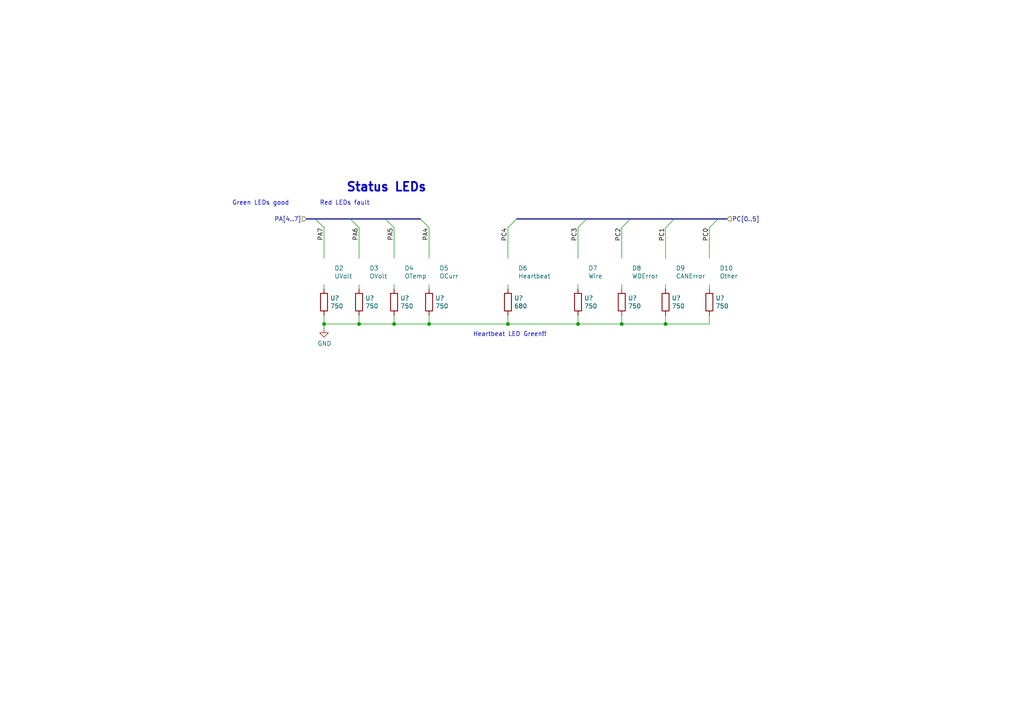
<source format=kicad_sch>
(kicad_sch (version 20211123) (generator eeschema)

  (uuid af24f99f-f5cb-40c7-b6c3-ac7dc92c2057)

  (paper "A4")

  (lib_symbols
    (symbol "Device:R" (pin_numbers hide) (pin_names (offset 0)) (in_bom yes) (on_board yes)
      (property "Reference" "R" (id 0) (at 2.032 0 90)
        (effects (font (size 1.27 1.27)))
      )
      (property "Value" "R" (id 1) (at 0 0 90)
        (effects (font (size 1.27 1.27)))
      )
      (property "Footprint" "" (id 2) (at -1.778 0 90)
        (effects (font (size 1.27 1.27)) hide)
      )
      (property "Datasheet" "~" (id 3) (at 0 0 0)
        (effects (font (size 1.27 1.27)) hide)
      )
      (property "ki_keywords" "R res resistor" (id 4) (at 0 0 0)
        (effects (font (size 1.27 1.27)) hide)
      )
      (property "ki_description" "Resistor" (id 5) (at 0 0 0)
        (effects (font (size 1.27 1.27)) hide)
      )
      (property "ki_fp_filters" "R_*" (id 6) (at 0 0 0)
        (effects (font (size 1.27 1.27)) hide)
      )
      (symbol "R_0_1"
        (rectangle (start -1.016 -2.54) (end 1.016 2.54)
          (stroke (width 0.254) (type default) (color 0 0 0 0))
          (fill (type none))
        )
      )
      (symbol "R_1_1"
        (pin passive line (at 0 3.81 270) (length 1.27)
          (name "~" (effects (font (size 1.27 1.27))))
          (number "1" (effects (font (size 1.27 1.27))))
        )
        (pin passive line (at 0 -3.81 90) (length 1.27)
          (name "~" (effects (font (size 1.27 1.27))))
          (number "2" (effects (font (size 1.27 1.27))))
        )
      )
    )
    (symbol "power:GND" (power) (pin_names (offset 0)) (in_bom yes) (on_board yes)
      (property "Reference" "#PWR" (id 0) (at 0 -6.35 0)
        (effects (font (size 1.27 1.27)) hide)
      )
      (property "Value" "GND" (id 1) (at 0 -3.81 0)
        (effects (font (size 1.27 1.27)))
      )
      (property "Footprint" "" (id 2) (at 0 0 0)
        (effects (font (size 1.27 1.27)) hide)
      )
      (property "Datasheet" "" (id 3) (at 0 0 0)
        (effects (font (size 1.27 1.27)) hide)
      )
      (property "ki_keywords" "power-flag" (id 4) (at 0 0 0)
        (effects (font (size 1.27 1.27)) hide)
      )
      (property "ki_description" "Power symbol creates a global label with name \"GND\" , ground" (id 5) (at 0 0 0)
        (effects (font (size 1.27 1.27)) hide)
      )
      (symbol "GND_0_1"
        (polyline
          (pts
            (xy 0 0)
            (xy 0 -1.27)
            (xy 1.27 -1.27)
            (xy 0 -2.54)
            (xy -1.27 -1.27)
            (xy 0 -1.27)
          )
          (stroke (width 0) (type default) (color 0 0 0 0))
          (fill (type none))
        )
      )
      (symbol "GND_1_1"
        (pin power_in line (at 0 0 270) (length 0) hide
          (name "GND" (effects (font (size 1.27 1.27))))
          (number "1" (effects (font (size 1.27 1.27))))
        )
      )
    )
  )

  (junction (at 167.64 93.98) (diameter 0) (color 0 0 0 0)
    (uuid 262f48de-d35b-46b3-a4c3-f1fbcca73cbc)
  )
  (junction (at 124.46 93.98) (diameter 0) (color 0 0 0 0)
    (uuid 333d7fc2-2ef1-421a-ab54-9c3bb490c7a9)
  )
  (junction (at 93.98 93.98) (diameter 0) (color 0 0 0 0)
    (uuid 5619f989-93cc-417e-9f28-e902194c8200)
  )
  (junction (at 147.32 93.98) (diameter 0) (color 0 0 0 0)
    (uuid 578eafd6-f01e-40d7-81bf-584edc45f9e4)
  )
  (junction (at 104.14 93.98) (diameter 0) (color 0 0 0 0)
    (uuid 7c3b145c-762e-48a2-827f-ae49bc954ef3)
  )
  (junction (at 180.34 93.98) (diameter 0) (color 0 0 0 0)
    (uuid 99182e6b-ec5a-470d-afd4-2a62d40dfeab)
  )
  (junction (at 114.3 93.98) (diameter 0) (color 0 0 0 0)
    (uuid cacfbc72-c829-4aa7-805d-fbf51040e74d)
  )
  (junction (at 193.04 93.98) (diameter 0) (color 0 0 0 0)
    (uuid f41539a2-00bf-4740-85ba-7ae2e8145050)
  )

  (bus_entry (at 147.32 66.04) (size 2.54 -2.54)
    (stroke (width 0) (type default) (color 0 0 0 0))
    (uuid 178fbcd5-8653-46fe-9110-825880d0dc64)
  )
  (bus_entry (at 195.58 63.5) (size -2.54 2.54)
    (stroke (width 0) (type default) (color 0 0 0 0))
    (uuid 2be0394e-343f-482a-922e-326bee3c7c96)
  )
  (bus_entry (at 208.28 63.5) (size -2.54 2.54)
    (stroke (width 0) (type default) (color 0 0 0 0))
    (uuid 35e7bb34-8cd5-4418-a117-f7c294eb2f21)
  )
  (bus_entry (at 104.14 66.04) (size -2.54 -2.54)
    (stroke (width 0) (type default) (color 0 0 0 0))
    (uuid 5577447b-3177-4e00-ba81-34b3186da12e)
  )
  (bus_entry (at 182.88 63.5) (size -2.54 2.54)
    (stroke (width 0) (type default) (color 0 0 0 0))
    (uuid 589a57b8-dcde-403d-be59-10ab7d381af8)
  )
  (bus_entry (at 170.18 63.5) (size -2.54 2.54)
    (stroke (width 0) (type default) (color 0 0 0 0))
    (uuid 71f0699f-5d64-434d-a959-5d4e963546bc)
  )
  (bus_entry (at 124.46 66.04) (size -2.54 -2.54)
    (stroke (width 0) (type default) (color 0 0 0 0))
    (uuid 7a656770-ab9b-44b3-bfa7-d069cdd5c8e5)
  )
  (bus_entry (at 93.98 66.04) (size -2.54 -2.54)
    (stroke (width 0) (type default) (color 0 0 0 0))
    (uuid cbeddd73-1296-4f6a-9206-e00157fe6792)
  )
  (bus_entry (at 114.3 66.04) (size -2.54 -2.54)
    (stroke (width 0) (type default) (color 0 0 0 0))
    (uuid f39b3a44-969f-4e06-96cb-e91ef2798e19)
  )

  (wire (pts (xy 147.32 91.44) (xy 147.32 93.98))
    (stroke (width 0) (type default) (color 0 0 0 0))
    (uuid 06c062e8-af50-46a3-8ffe-9bdc7e46c49a)
  )
  (wire (pts (xy 193.04 82.55) (xy 193.04 83.82))
    (stroke (width 0) (type default) (color 0 0 0 0))
    (uuid 0c438a26-4b05-414c-89db-d8bede33dce5)
  )
  (wire (pts (xy 167.64 93.98) (xy 180.34 93.98))
    (stroke (width 0) (type default) (color 0 0 0 0))
    (uuid 18f955a3-c411-49d4-88de-75eebcbc2833)
  )
  (wire (pts (xy 93.98 95.25) (xy 93.98 93.98))
    (stroke (width 0) (type default) (color 0 0 0 0))
    (uuid 1a8e94a0-07f6-4605-9314-5173f6017a3e)
  )
  (bus (pts (xy 101.6 63.5) (xy 111.76 63.5))
    (stroke (width 0) (type default) (color 0 0 0 0))
    (uuid 1fb63e24-f235-41ae-a29f-8cbaefe1b284)
  )
  (bus (pts (xy 195.58 63.5) (xy 208.28 63.5))
    (stroke (width 0) (type default) (color 0 0 0 0))
    (uuid 2709a81a-8479-4b47-b272-78172538cd98)
  )

  (wire (pts (xy 147.32 82.55) (xy 147.32 83.82))
    (stroke (width 0) (type default) (color 0 0 0 0))
    (uuid 305a8875-2131-481e-8014-4a37b7a9ed09)
  )
  (wire (pts (xy 124.46 93.98) (xy 124.46 91.44))
    (stroke (width 0) (type default) (color 0 0 0 0))
    (uuid 3216fed8-b2a4-4692-88c5-a2a875ea3433)
  )
  (wire (pts (xy 167.64 74.93) (xy 167.64 66.04))
    (stroke (width 0) (type default) (color 0 0 0 0))
    (uuid 33973f72-1f63-45ed-854d-d4b213ea6779)
  )
  (wire (pts (xy 93.98 93.98) (xy 104.14 93.98))
    (stroke (width 0) (type default) (color 0 0 0 0))
    (uuid 36f76978-a455-4f8e-ba21-c4d57c9bf736)
  )
  (wire (pts (xy 93.98 74.93) (xy 93.98 66.04))
    (stroke (width 0) (type default) (color 0 0 0 0))
    (uuid 37ffc16a-b649-47a2-8a61-1e810e8f1a61)
  )
  (wire (pts (xy 167.64 82.55) (xy 167.64 83.82))
    (stroke (width 0) (type default) (color 0 0 0 0))
    (uuid 39bbcdc4-5f0c-4613-bd93-459b03c9b84f)
  )
  (wire (pts (xy 114.3 74.93) (xy 114.3 66.04))
    (stroke (width 0) (type default) (color 0 0 0 0))
    (uuid 3a05d748-2cac-4a55-82d4-dc87facd8d7a)
  )
  (wire (pts (xy 104.14 82.55) (xy 104.14 83.82))
    (stroke (width 0) (type default) (color 0 0 0 0))
    (uuid 3e0b804b-4563-4cf9-9c89-da1f7c6ef445)
  )
  (wire (pts (xy 124.46 93.98) (xy 147.32 93.98))
    (stroke (width 0) (type default) (color 0 0 0 0))
    (uuid 401dc35c-e024-433a-b52b-8f068de7da88)
  )
  (wire (pts (xy 180.34 82.55) (xy 180.34 83.82))
    (stroke (width 0) (type default) (color 0 0 0 0))
    (uuid 454cc5f1-3a4f-49e6-b254-43d568fe1479)
  )
  (wire (pts (xy 104.14 74.93) (xy 104.14 66.04))
    (stroke (width 0) (type default) (color 0 0 0 0))
    (uuid 4936d2fe-8199-40b0-9b44-27d2bdc931bc)
  )
  (wire (pts (xy 193.04 74.93) (xy 193.04 66.04))
    (stroke (width 0) (type default) (color 0 0 0 0))
    (uuid 4980f5bd-9416-419a-92ca-09108b7b05c3)
  )
  (wire (pts (xy 104.14 91.44) (xy 104.14 93.98))
    (stroke (width 0) (type default) (color 0 0 0 0))
    (uuid 4ec109b5-dcac-4fe2-80e7-0f980f9b34fe)
  )
  (bus (pts (xy 170.18 63.5) (xy 182.88 63.5))
    (stroke (width 0) (type default) (color 0 0 0 0))
    (uuid 575edcdc-e92a-4160-9cd0-c146a0fc2d57)
  )

  (wire (pts (xy 205.74 93.98) (xy 205.74 91.44))
    (stroke (width 0) (type default) (color 0 0 0 0))
    (uuid 659ab691-7ec5-4743-ad2b-3de5aa36955f)
  )
  (wire (pts (xy 193.04 93.98) (xy 205.74 93.98))
    (stroke (width 0) (type default) (color 0 0 0 0))
    (uuid 6a6cce58-2dda-47e0-a947-a2597308d742)
  )
  (wire (pts (xy 114.3 82.55) (xy 114.3 83.82))
    (stroke (width 0) (type default) (color 0 0 0 0))
    (uuid 6eee6c52-6318-4d5d-aab4-b6a85d0b81f3)
  )
  (wire (pts (xy 114.3 91.44) (xy 114.3 93.98))
    (stroke (width 0) (type default) (color 0 0 0 0))
    (uuid 6fac03a7-1bcd-4d0d-8ce2-bac1af7dfb03)
  )
  (wire (pts (xy 167.64 93.98) (xy 167.64 91.44))
    (stroke (width 0) (type default) (color 0 0 0 0))
    (uuid 795d2473-d668-4135-a5c0-330fe70f6c47)
  )
  (bus (pts (xy 208.28 63.5) (xy 210.82 63.5))
    (stroke (width 0) (type default) (color 0 0 0 0))
    (uuid 7bb903c1-4874-4816-9899-686123081ffb)
  )

  (wire (pts (xy 205.74 82.55) (xy 205.74 83.82))
    (stroke (width 0) (type default) (color 0 0 0 0))
    (uuid 83793740-a6a7-4018-94c2-a8a273d19f8d)
  )
  (wire (pts (xy 114.3 93.98) (xy 124.46 93.98))
    (stroke (width 0) (type default) (color 0 0 0 0))
    (uuid 9071eb94-cb18-4739-85f5-41d010387057)
  )
  (wire (pts (xy 124.46 74.93) (xy 124.46 66.04))
    (stroke (width 0) (type default) (color 0 0 0 0))
    (uuid 93e50576-afa0-45cc-8a74-f08c17891989)
  )
  (wire (pts (xy 93.98 82.55) (xy 93.98 83.82))
    (stroke (width 0) (type default) (color 0 0 0 0))
    (uuid 9b4a5cea-825d-4a6f-b101-a47994cb8ff9)
  )
  (wire (pts (xy 180.34 93.98) (xy 180.34 91.44))
    (stroke (width 0) (type default) (color 0 0 0 0))
    (uuid a344c3d0-8b66-4449-872e-4a29f6fdafa1)
  )
  (bus (pts (xy 111.76 63.5) (xy 121.92 63.5))
    (stroke (width 0) (type default) (color 0 0 0 0))
    (uuid a5e95702-d466-4d29-9472-4cd42045ac25)
  )
  (bus (pts (xy 149.86 63.5) (xy 170.18 63.5))
    (stroke (width 0) (type default) (color 0 0 0 0))
    (uuid ab5bd081-dde6-4a48-b5bb-3f48223598c7)
  )

  (wire (pts (xy 180.34 74.93) (xy 180.34 66.04))
    (stroke (width 0) (type default) (color 0 0 0 0))
    (uuid b6ab5aee-4e9a-4095-8405-604c9cd39ed9)
  )
  (wire (pts (xy 147.32 93.98) (xy 167.64 93.98))
    (stroke (width 0) (type default) (color 0 0 0 0))
    (uuid b918aa89-eeb6-43f9-aeb3-4460f96de5ba)
  )
  (wire (pts (xy 205.74 74.93) (xy 205.74 66.04))
    (stroke (width 0) (type default) (color 0 0 0 0))
    (uuid be469261-ff39-4ac7-a26d-1ac938205a58)
  )
  (wire (pts (xy 93.98 91.44) (xy 93.98 93.98))
    (stroke (width 0) (type default) (color 0 0 0 0))
    (uuid c10c37f8-f475-4048-81fa-76ace48069c7)
  )
  (wire (pts (xy 124.46 82.55) (xy 124.46 83.82))
    (stroke (width 0) (type default) (color 0 0 0 0))
    (uuid c453088b-730b-4cbd-81c0-f20febc8021f)
  )
  (bus (pts (xy 182.88 63.5) (xy 195.58 63.5))
    (stroke (width 0) (type default) (color 0 0 0 0))
    (uuid c7fba6b3-fd08-470c-87a5-89c6e744c163)
  )
  (bus (pts (xy 91.44 63.5) (xy 101.6 63.5))
    (stroke (width 0) (type default) (color 0 0 0 0))
    (uuid cf52ee6f-803c-4c65-b3b3-c031e93717e6)
  )

  (wire (pts (xy 193.04 93.98) (xy 193.04 91.44))
    (stroke (width 0) (type default) (color 0 0 0 0))
    (uuid d3dfe906-b28c-4a1e-93ed-620f804d082c)
  )
  (bus (pts (xy 88.9 63.5) (xy 91.44 63.5))
    (stroke (width 0) (type default) (color 0 0 0 0))
    (uuid eb848065-2773-4a27-b3a1-c4d9ad405856)
  )

  (wire (pts (xy 147.32 74.93) (xy 147.32 66.04))
    (stroke (width 0) (type default) (color 0 0 0 0))
    (uuid fb682338-312b-4029-9599-75a8f1fa9baa)
  )
  (wire (pts (xy 180.34 93.98) (xy 193.04 93.98))
    (stroke (width 0) (type default) (color 0 0 0 0))
    (uuid fc7d6267-3224-460b-9799-290d1dd39d38)
  )
  (wire (pts (xy 104.14 93.98) (xy 114.3 93.98))
    (stroke (width 0) (type default) (color 0 0 0 0))
    (uuid fcfa50fa-c628-4bdc-a023-fa43085934b4)
  )

  (text "Green LEDs good" (at 67.31 59.69 0)
    (effects (font (size 1.27 1.27)) (justify left bottom))
    (uuid 19aa7640-031d-4dc9-94fb-3713226fc9cd)
  )
  (text "Red LEDs fault" (at 92.71 59.69 0)
    (effects (font (size 1.27 1.27)) (justify left bottom))
    (uuid 7963b9c1-a037-48fc-96cc-12c03de53671)
  )
  (text "Heartbeat LED Green!!" (at 137.16 97.79 0)
    (effects (font (size 1.27 1.27)) (justify left bottom))
    (uuid f05a12e5-7616-4f9d-89df-ddaf65b3ce01)
  )
  (text "Status LEDs" (at 100.33 55.88 0)
    (effects (font (size 2.54 2.54) (thickness 0.508) bold) (justify left bottom))
    (uuid f0b5cda6-929c-437e-99e1-c7df0fed8575)
  )

  (label "PC2" (at 180.34 66.04 270)
    (effects (font (size 1.27 1.27)) (justify right bottom))
    (uuid 13bbb097-902a-44fb-b316-83f8dc98ba8f)
  )
  (label "PC4" (at 147.32 66.04 270)
    (effects (font (size 1.27 1.27)) (justify right bottom))
    (uuid 192b8117-2946-44ef-b18c-8d30b1cd241a)
  )
  (label "PA4" (at 124.46 66.04 270)
    (effects (font (size 1.27 1.27)) (justify right bottom))
    (uuid 1a29b516-e419-4e75-82bf-4438520c6ea2)
  )
  (label "PC3" (at 167.64 66.04 270)
    (effects (font (size 1.27 1.27)) (justify right bottom))
    (uuid 6c16571d-d450-4394-9b19-50fb36f12934)
  )
  (label "PC1" (at 193.04 66.04 270)
    (effects (font (size 1.27 1.27)) (justify right bottom))
    (uuid 7832e1ea-9fa3-41d5-9c25-fcf2105c9e7d)
  )
  (label "PA7" (at 93.98 66.04 270)
    (effects (font (size 1.27 1.27)) (justify right bottom))
    (uuid 7c6b9668-97d0-4f45-b6ed-393b7545cc08)
  )
  (label "PA5" (at 114.3 66.04 270)
    (effects (font (size 1.27 1.27)) (justify right bottom))
    (uuid 931fe0ae-b5e3-41f0-801d-31b0ba3b8a88)
  )
  (label "PA6" (at 104.14 66.04 270)
    (effects (font (size 1.27 1.27)) (justify right bottom))
    (uuid ae765782-dc08-4794-89c6-20aa9ed4f3a9)
  )
  (label "PC0" (at 205.74 66.04 270)
    (effects (font (size 1.27 1.27)) (justify right bottom))
    (uuid f66f751f-b418-4282-88d8-59828f1534e7)
  )

  (hierarchical_label "PA[4..7]" (shape input) (at 88.9 63.5 180)
    (effects (font (size 1.27 1.27)) (justify right))
    (uuid 53afa09f-10c5-4ab3-9d97-b5e4855ccf51)
  )
  (hierarchical_label "PC[0..5]" (shape input) (at 210.82 63.5 0)
    (effects (font (size 1.27 1.27)) (justify left))
    (uuid dc29fed7-9ced-4f7f-9820-d8e5a5981b17)
  )

  (symbol (lib_id "Device:LED_ALT") (at 147.32 78.74 90) (unit 1)
    (in_bom yes) (on_board yes)
    (uuid 00000000-0000-0000-0000-00005c3c069f)
    (property "Reference" "D6" (id 0) (at 150.2918 77.7748 90)
      (effects (font (size 1.27 1.27)) (justify right))
    )
    (property "Value" "Heartbeat" (id 1) (at 150.2918 80.0862 90)
      (effects (font (size 1.27 1.27)) (justify right))
    )
    (property "Footprint" "LED_SMD:LED_0805_2012Metric" (id 2) (at 147.32 78.74 0)
      (effects (font (size 1.27 1.27)) hide)
    )
    (property "Datasheet" "~" (id 3) (at 147.32 78.74 0)
      (effects (font (size 1.27 1.27)) hide)
    )
    (property "Color" "Green" (id 4) (at 147.32 78.74 90)
      (effects (font (size 1.27 1.27)) hide)
    )
    (property "P/N" "APTD2012LCGCK" (id 5) (at 147.32 78.74 90)
      (effects (font (size 1.27 1.27)) hide)
    )
  )

  (symbol (lib_id "Device:LED_ALT") (at 93.98 78.74 90) (unit 1)
    (in_bom yes) (on_board yes)
    (uuid 00000000-0000-0000-0000-00005c3c06a8)
    (property "Reference" "D2" (id 0) (at 96.9772 77.7748 90)
      (effects (font (size 1.27 1.27)) (justify right))
    )
    (property "Value" "UVolt" (id 1) (at 96.9772 80.0862 90)
      (effects (font (size 1.27 1.27)) (justify right))
    )
    (property "Footprint" "LED_SMD:LED_0805_2012Metric" (id 2) (at 93.98 78.74 0)
      (effects (font (size 1.27 1.27)) hide)
    )
    (property "Datasheet" "~" (id 3) (at 93.98 78.74 0)
      (effects (font (size 1.27 1.27)) hide)
    )
    (property "Color" "Red" (id 4) (at 93.98 78.74 90)
      (effects (font (size 1.27 1.27)) hide)
    )
    (property "P/N" "APTD2012LSURCK" (id 5) (at 93.98 78.74 90)
      (effects (font (size 1.27 1.27)) hide)
    )
  )

  (symbol (lib_id "Device:LED_ALT") (at 104.14 78.74 90) (unit 1)
    (in_bom yes) (on_board yes)
    (uuid 00000000-0000-0000-0000-00005c3c06b1)
    (property "Reference" "D3" (id 0) (at 107.1372 77.7748 90)
      (effects (font (size 1.27 1.27)) (justify right))
    )
    (property "Value" "OVolt" (id 1) (at 107.1372 80.0862 90)
      (effects (font (size 1.27 1.27)) (justify right))
    )
    (property "Footprint" "LED_SMD:LED_0805_2012Metric" (id 2) (at 104.14 78.74 0)
      (effects (font (size 1.27 1.27)) hide)
    )
    (property "Datasheet" "~" (id 3) (at 104.14 78.74 0)
      (effects (font (size 1.27 1.27)) hide)
    )
    (property "Color" "Red" (id 4) (at 104.14 78.74 90)
      (effects (font (size 1.27 1.27)) hide)
    )
    (property "P/N" "APTD2012LSURCK" (id 5) (at 104.14 78.74 90)
      (effects (font (size 1.27 1.27)) hide)
    )
  )

  (symbol (lib_id "Device:LED_ALT") (at 114.3 78.74 90) (unit 1)
    (in_bom yes) (on_board yes)
    (uuid 00000000-0000-0000-0000-00005c3c06ba)
    (property "Reference" "D4" (id 0) (at 117.2972 77.7748 90)
      (effects (font (size 1.27 1.27)) (justify right))
    )
    (property "Value" "OTemp" (id 1) (at 117.2972 80.0862 90)
      (effects (font (size 1.27 1.27)) (justify right))
    )
    (property "Footprint" "LED_SMD:LED_0805_2012Metric" (id 2) (at 114.3 78.74 0)
      (effects (font (size 1.27 1.27)) hide)
    )
    (property "Datasheet" "~" (id 3) (at 114.3 78.74 0)
      (effects (font (size 1.27 1.27)) hide)
    )
    (property "Color" "Red" (id 4) (at 114.3 78.74 90)
      (effects (font (size 1.27 1.27)) hide)
    )
    (property "P/N" "APTD2012LSURCK" (id 5) (at 114.3 78.74 90)
      (effects (font (size 1.27 1.27)) hide)
    )
  )

  (symbol (lib_id "Device:LED_ALT") (at 124.46 78.74 90) (unit 1)
    (in_bom yes) (on_board yes)
    (uuid 00000000-0000-0000-0000-00005c3c06c3)
    (property "Reference" "D5" (id 0) (at 127.4318 77.7748 90)
      (effects (font (size 1.27 1.27)) (justify right))
    )
    (property "Value" "OCurr" (id 1) (at 127.4318 80.0862 90)
      (effects (font (size 1.27 1.27)) (justify right))
    )
    (property "Footprint" "LED_SMD:LED_0805_2012Metric" (id 2) (at 124.46 78.74 0)
      (effects (font (size 1.27 1.27)) hide)
    )
    (property "Datasheet" "~" (id 3) (at 124.46 78.74 0)
      (effects (font (size 1.27 1.27)) hide)
    )
    (property "Color" "Red" (id 4) (at 124.46 78.74 90)
      (effects (font (size 1.27 1.27)) hide)
    )
    (property "P/N" "APTD2012LSURCK" (id 5) (at 124.46 78.74 90)
      (effects (font (size 1.27 1.27)) hide)
    )
  )

  (symbol (lib_id "Device:R") (at 147.32 87.63 0) (unit 1)
    (in_bom yes) (on_board yes)
    (uuid 00000000-0000-0000-0000-00005c3c06d9)
    (property "Reference" "" (id 0) (at 149.098 86.4616 0)
      (effects (font (size 1.27 1.27)) (justify left))
    )
    (property "Value" "680" (id 1) (at 149.098 88.773 0)
      (effects (font (size 1.27 1.27)) (justify left))
    )
    (property "Footprint" "Resistor_SMD:R_0805_2012Metric" (id 2) (at 145.542 87.63 90)
      (effects (font (size 1.27 1.27)) hide)
    )
    (property "Datasheet" "~" (id 3) (at 147.32 87.63 0)
      (effects (font (size 1.27 1.27)) hide)
    )
    (pin "1" (uuid 208c7719-63f4-4e04-9b65-c623d18a7187))
    (pin "2" (uuid fbde6ff7-a722-476d-900e-5c053559e36b))
  )

  (symbol (lib_id "Device:R") (at 93.98 87.63 0) (unit 1)
    (in_bom yes) (on_board yes)
    (uuid 00000000-0000-0000-0000-00005c3c06e0)
    (property "Reference" "" (id 0) (at 95.758 86.4616 0)
      (effects (font (size 1.27 1.27)) (justify left))
    )
    (property "Value" "750" (id 1) (at 95.758 88.773 0)
      (effects (font (size 1.27 1.27)) (justify left))
    )
    (property "Footprint" "Resistor_SMD:R_0805_2012Metric" (id 2) (at 92.202 87.63 90)
      (effects (font (size 1.27 1.27)) hide)
    )
    (property "Datasheet" "~" (id 3) (at 93.98 87.63 0)
      (effects (font (size 1.27 1.27)) hide)
    )
    (pin "1" (uuid 68e786c4-421f-4bd7-8c49-6ee65e3eeaca))
    (pin "2" (uuid 4ecef2f3-b9cf-4596-bcf9-2fdd08abf802))
  )

  (symbol (lib_id "Device:R") (at 104.14 87.63 0) (unit 1)
    (in_bom yes) (on_board yes)
    (uuid 00000000-0000-0000-0000-00005c3c06e7)
    (property "Reference" "" (id 0) (at 105.918 86.4616 0)
      (effects (font (size 1.27 1.27)) (justify left))
    )
    (property "Value" "750" (id 1) (at 105.918 88.773 0)
      (effects (font (size 1.27 1.27)) (justify left))
    )
    (property "Footprint" "Resistor_SMD:R_0805_2012Metric" (id 2) (at 102.362 87.63 90)
      (effects (font (size 1.27 1.27)) hide)
    )
    (property "Datasheet" "~" (id 3) (at 104.14 87.63 0)
      (effects (font (size 1.27 1.27)) hide)
    )
    (pin "1" (uuid 33d146a3-d30d-4202-96d8-75dc9f2d2d68))
    (pin "2" (uuid 47d52c12-381e-4975-a5bc-e054e5caa70b))
  )

  (symbol (lib_id "Device:R") (at 114.3 87.63 0) (unit 1)
    (in_bom yes) (on_board yes)
    (uuid 00000000-0000-0000-0000-00005c3c06ee)
    (property "Reference" "" (id 0) (at 116.078 86.4616 0)
      (effects (font (size 1.27 1.27)) (justify left))
    )
    (property "Value" "750" (id 1) (at 116.078 88.773 0)
      (effects (font (size 1.27 1.27)) (justify left))
    )
    (property "Footprint" "Resistor_SMD:R_0805_2012Metric" (id 2) (at 112.522 87.63 90)
      (effects (font (size 1.27 1.27)) hide)
    )
    (property "Datasheet" "~" (id 3) (at 114.3 87.63 0)
      (effects (font (size 1.27 1.27)) hide)
    )
    (pin "1" (uuid 2ad0782e-26f6-4635-a911-4c3e0abd360f))
    (pin "2" (uuid d9354c41-1467-485f-9f2f-ee7dd3078b85))
  )

  (symbol (lib_id "Device:R") (at 124.46 87.63 0) (unit 1)
    (in_bom yes) (on_board yes)
    (uuid 00000000-0000-0000-0000-00005c3c06f5)
    (property "Reference" "" (id 0) (at 126.238 86.4616 0)
      (effects (font (size 1.27 1.27)) (justify left))
    )
    (property "Value" "750" (id 1) (at 126.238 88.773 0)
      (effects (font (size 1.27 1.27)) (justify left))
    )
    (property "Footprint" "Resistor_SMD:R_0805_2012Metric" (id 2) (at 122.682 87.63 90)
      (effects (font (size 1.27 1.27)) hide)
    )
    (property "Datasheet" "~" (id 3) (at 124.46 87.63 0)
      (effects (font (size 1.27 1.27)) hide)
    )
    (pin "1" (uuid d93a28ca-ef48-4e4b-a1f2-eb0d08f2c9d1))
    (pin "2" (uuid 4590eb83-151f-428f-98fb-7fdae403766a))
  )

  (symbol (lib_id "Device:LED_ALT") (at 167.64 78.74 90) (unit 1)
    (in_bom yes) (on_board yes)
    (uuid 00000000-0000-0000-0000-00005c3c070f)
    (property "Reference" "D7" (id 0) (at 170.6118 77.7748 90)
      (effects (font (size 1.27 1.27)) (justify right))
    )
    (property "Value" "Wire" (id 1) (at 170.6118 80.0862 90)
      (effects (font (size 1.27 1.27)) (justify right))
    )
    (property "Footprint" "LED_SMD:LED_0805_2012Metric" (id 2) (at 167.64 78.74 0)
      (effects (font (size 1.27 1.27)) hide)
    )
    (property "Datasheet" "~" (id 3) (at 167.64 78.74 0)
      (effects (font (size 1.27 1.27)) hide)
    )
    (property "Color" "Red" (id 4) (at 167.64 78.74 90)
      (effects (font (size 1.27 1.27)) hide)
    )
    (property "P/N" "APTD2012LSURCK" (id 5) (at 167.64 78.74 90)
      (effects (font (size 1.27 1.27)) hide)
    )
  )

  (symbol (lib_id "Device:R") (at 167.64 87.63 0) (unit 1)
    (in_bom yes) (on_board yes)
    (uuid 00000000-0000-0000-0000-00005c3c0718)
    (property "Reference" "" (id 0) (at 169.418 86.4616 0)
      (effects (font (size 1.27 1.27)) (justify left))
    )
    (property "Value" "750" (id 1) (at 169.418 88.773 0)
      (effects (font (size 1.27 1.27)) (justify left))
    )
    (property "Footprint" "Resistor_SMD:R_0805_2012Metric" (id 2) (at 165.862 87.63 90)
      (effects (font (size 1.27 1.27)) hide)
    )
    (property "Datasheet" "~" (id 3) (at 167.64 87.63 0)
      (effects (font (size 1.27 1.27)) hide)
    )
    (pin "1" (uuid a7841ae2-5784-4573-a1b8-48b481ad768c))
    (pin "2" (uuid 40c165a1-8b68-44bd-adff-f504559b06b7))
  )

  (symbol (lib_id "power:GND") (at 93.98 95.25 0) (unit 1)
    (in_bom yes) (on_board yes)
    (uuid 00000000-0000-0000-0000-00005c3c0722)
    (property "Reference" "#PWR033" (id 0) (at 93.98 101.6 0)
      (effects (font (size 1.27 1.27)) hide)
    )
    (property "Value" "GND" (id 1) (at 94.107 99.6442 0))
    (property "Footprint" "" (id 2) (at 93.98 95.25 0)
      (effects (font (size 1.27 1.27)) hide)
    )
    (property "Datasheet" "" (id 3) (at 93.98 95.25 0)
      (effects (font (size 1.27 1.27)) hide)
    )
    (pin "1" (uuid a155aa31-9b7b-4041-8af2-caedbe514c16))
  )

  (symbol (lib_id "Device:LED_ALT") (at 193.04 78.74 90) (unit 1)
    (in_bom yes) (on_board yes)
    (uuid 00000000-0000-0000-0000-00005c585dbb)
    (property "Reference" "D9" (id 0) (at 196.0118 77.7748 90)
      (effects (font (size 1.27 1.27)) (justify right))
    )
    (property "Value" "CANError" (id 1) (at 196.0118 80.0862 90)
      (effects (font (size 1.27 1.27)) (justify right))
    )
    (property "Footprint" "LED_SMD:LED_0805_2012Metric" (id 2) (at 193.04 78.74 0)
      (effects (font (size 1.27 1.27)) hide)
    )
    (property "Datasheet" "~" (id 3) (at 193.04 78.74 0)
      (effects (font (size 1.27 1.27)) hide)
    )
    (property "Color" "Red" (id 4) (at 193.04 78.74 90)
      (effects (font (size 1.27 1.27)) hide)
    )
    (property "P/N" "APTD2012LSURCK" (id 5) (at 193.04 78.74 90)
      (effects (font (size 1.27 1.27)) hide)
    )
  )

  (symbol (lib_id "Device:R") (at 193.04 87.63 0) (unit 1)
    (in_bom yes) (on_board yes)
    (uuid 00000000-0000-0000-0000-00005c585dc3)
    (property "Reference" "" (id 0) (at 194.818 86.4616 0)
      (effects (font (size 1.27 1.27)) (justify left))
    )
    (property "Value" "750" (id 1) (at 194.818 88.773 0)
      (effects (font (size 1.27 1.27)) (justify left))
    )
    (property "Footprint" "Resistor_SMD:R_0805_2012Metric" (id 2) (at 191.262 87.63 90)
      (effects (font (size 1.27 1.27)) hide)
    )
    (property "Datasheet" "~" (id 3) (at 193.04 87.63 0)
      (effects (font (size 1.27 1.27)) hide)
    )
    (pin "1" (uuid 5ef88094-b79b-4381-9431-f80680fbc616))
    (pin "2" (uuid 9f387d05-4b81-4eea-a6b7-f58fc8a6d6ff))
  )

  (symbol (lib_id "Device:LED_ALT") (at 180.34 78.74 90) (unit 1)
    (in_bom yes) (on_board yes)
    (uuid 00000000-0000-0000-0000-00005c6cf93b)
    (property "Reference" "D8" (id 0) (at 183.3118 77.7748 90)
      (effects (font (size 1.27 1.27)) (justify right))
    )
    (property "Value" "WDError" (id 1) (at 183.3118 80.0862 90)
      (effects (font (size 1.27 1.27)) (justify right))
    )
    (property "Footprint" "LED_SMD:LED_0805_2012Metric" (id 2) (at 180.34 78.74 0)
      (effects (font (size 1.27 1.27)) hide)
    )
    (property "Datasheet" "~" (id 3) (at 180.34 78.74 0)
      (effects (font (size 1.27 1.27)) hide)
    )
    (property "Color" "Red" (id 4) (at 180.34 78.74 90)
      (effects (font (size 1.27 1.27)) hide)
    )
    (property "P/N" "APTD2012LSURCK" (id 5) (at 180.34 78.74 90)
      (effects (font (size 1.27 1.27)) hide)
    )
  )

  (symbol (lib_id "Device:R") (at 180.34 87.63 0) (unit 1)
    (in_bom yes) (on_board yes)
    (uuid 00000000-0000-0000-0000-00005c6cf943)
    (property "Reference" "" (id 0) (at 182.118 86.4616 0)
      (effects (font (size 1.27 1.27)) (justify left))
    )
    (property "Value" "750" (id 1) (at 182.118 88.773 0)
      (effects (font (size 1.27 1.27)) (justify left))
    )
    (property "Footprint" "Resistor_SMD:R_0805_2012Metric" (id 2) (at 178.562 87.63 90)
      (effects (font (size 1.27 1.27)) hide)
    )
    (property "Datasheet" "~" (id 3) (at 180.34 87.63 0)
      (effects (font (size 1.27 1.27)) hide)
    )
    (pin "1" (uuid 1a604654-e20a-4aa0-8038-a19d5ea623b9))
    (pin "2" (uuid 85934975-f0d6-4f6e-927d-93dcd73a6247))
  )

  (symbol (lib_id "Device:LED_ALT") (at 205.74 78.74 90) (unit 1)
    (in_bom yes) (on_board yes)
    (uuid 00000000-0000-0000-0000-00005f16ced0)
    (property "Reference" "D10" (id 0) (at 208.7118 77.7748 90)
      (effects (font (size 1.27 1.27)) (justify right))
    )
    (property "Value" "Other" (id 1) (at 208.7118 80.0862 90)
      (effects (font (size 1.27 1.27)) (justify right))
    )
    (property "Footprint" "LED_SMD:LED_0805_2012Metric" (id 2) (at 205.74 78.74 0)
      (effects (font (size 1.27 1.27)) hide)
    )
    (property "Datasheet" "~" (id 3) (at 205.74 78.74 0)
      (effects (font (size 1.27 1.27)) hide)
    )
    (property "Color" "Red" (id 4) (at 205.74 78.74 90)
      (effects (font (size 1.27 1.27)) hide)
    )
    (property "P/N" "APTD2012LSURCK" (id 5) (at 205.74 78.74 90)
      (effects (font (size 1.27 1.27)) hide)
    )
  )

  (symbol (lib_id "Device:R") (at 205.74 87.63 0) (unit 1)
    (in_bom yes) (on_board yes)
    (uuid 00000000-0000-0000-0000-00005f16ced6)
    (property "Reference" "" (id 0) (at 207.518 86.4616 0)
      (effects (font (size 1.27 1.27)) (justify left))
    )
    (property "Value" "750" (id 1) (at 207.518 88.773 0)
      (effects (font (size 1.27 1.27)) (justify left))
    )
    (property "Footprint" "Resistor_SMD:R_0805_2012Metric" (id 2) (at 203.962 87.63 90)
      (effects (font (size 1.27 1.27)) hide)
    )
    (property "Datasheet" "~" (id 3) (at 205.74 87.63 0)
      (effects (font (size 1.27 1.27)) hide)
    )
    (pin "1" (uuid 79842f8e-b41c-4859-bc94-f2f526f8ab2e))
    (pin "2" (uuid 2837986a-b08e-4e88-89c0-6241a1bddb76))
  )
)

</source>
